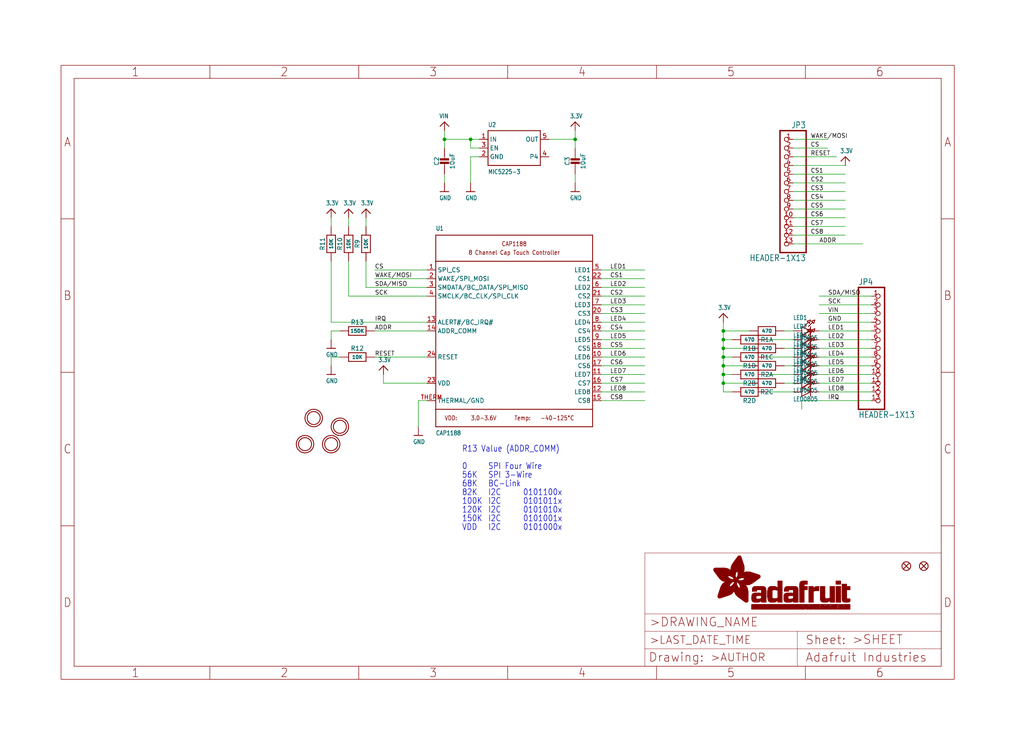
<source format=kicad_sch>
(kicad_sch (version 20211123) (generator eeschema)
  (paper "User" 298.45 217.881)
  (lib_symbols
    (symbol "eagleSchem-eagle-import:3.3V" (power)
      (property "Value" "3.3V" (at -1.524 1.016 0))
      (symbol "3.3V_1_0"
        (pin power_in line (at 0 -2.54 90) (length 2.54) (name "3.3V") (number "1"))
      )
    )
    (symbol "eagleSchem-eagle-import:CAP1188"
      (property "Reference" "U" (at -22.86 29.21 0))
      (property "Value" "CAP1188" (at -22.86 -30.48 0))
      (symbol "CAP1188_1_0"
        (text "-40-125°C" (at 7.62 -25.4 0) (effects (font (size 1.27 1.0795)) (justify left)))
        (text "3.0-3.6V" (at -12.7 -25.4 0) (effects (font (size 1.27 1.0795)) (justify left)))
        (text "8 Channel Cap Touch Controller" (at 0 22.86 0) (effects (font (size 1.27 1.0795))))
        (text "CAP1188" (at 0 25.4 0) (effects (font (size 1.27 1.0795))))
        (text "Temp:" (at 0 -25.4 0) (effects (font (size 1.27 1.0795)) (justify left)))
        (text "VDD:" (at -20.32 -25.4 0) (effects (font (size 1.27 1.0795)) (justify left)))
        (pin input line (at -25.4 17.78 0) (length 2.54) (name "SPI_CS") (number "1"))
        (pin bidirectional line (at 25.4 -7.62 180) (length 2.54) (name "LED6") (number "10"))
        (pin bidirectional line (at 25.4 -12.7 180) (length 2.54) (name "LED7") (number "11"))
        (pin bidirectional line (at 25.4 -17.78 180) (length 2.54) (name "LED8") (number "12"))
        (pin bidirectional line (at -25.4 2.54 0) (length 2.54) (name "ALERT#/BC_IRQ#") (number "13"))
        (pin bidirectional line (at -25.4 0 0) (length 2.54) (name "ADDR_COMM") (number "14"))
        (pin bidirectional line (at 25.4 -20.32 180) (length 2.54) (name "CS8") (number "15"))
        (pin bidirectional line (at 25.4 -15.24 180) (length 2.54) (name "CS7") (number "16"))
        (pin bidirectional line (at 25.4 -10.16 180) (length 2.54) (name "CS6") (number "17"))
        (pin bidirectional line (at 25.4 -5.08 180) (length 2.54) (name "CS5") (number "18"))
        (pin bidirectional line (at 25.4 0 180) (length 2.54) (name "CS4") (number "19"))
        (pin bidirectional line (at -25.4 15.24 0) (length 2.54) (name "WAKE/SPI_MOSI") (number "2"))
        (pin bidirectional line (at 25.4 5.08 180) (length 2.54) (name "CS3") (number "20"))
        (pin bidirectional line (at 25.4 10.16 180) (length 2.54) (name "CS2") (number "21"))
        (pin bidirectional line (at 25.4 15.24 180) (length 2.54) (name "CS1") (number "22"))
        (pin power_in line (at -25.4 -15.24 0) (length 2.54) (name "VDD") (number "23"))
        (pin input line (at -25.4 -7.62 0) (length 2.54) (name "RESET") (number "24"))
        (pin bidirectional line (at -25.4 12.7 0) (length 2.54) (name "SMDATA/BC_DATA/SPI_MISO") (number "3"))
        (pin bidirectional line (at -25.4 10.16 0) (length 2.54) (name "SMCLK/BC_CLK/SPI_CLK") (number "4"))
        (pin bidirectional line (at 25.4 17.78 180) (length 2.54) (name "LED1") (number "5"))
        (pin bidirectional line (at 25.4 12.7 180) (length 2.54) (name "LED2") (number "6"))
        (pin bidirectional line (at 25.4 7.62 180) (length 2.54) (name "LED3") (number "7"))
        (pin bidirectional line (at 25.4 2.54 180) (length 2.54) (name "LED4") (number "8"))
        (pin bidirectional line (at 25.4 -2.54 180) (length 2.54) (name "LED5") (number "9"))
        (pin power_in line (at -25.4 -20.32 0) (length 2.54) (name "THERMAL/GND") (number "THERM"))
      )
    )
    (symbol "eagleSchem-eagle-import:CAP_CERAMIC0805-NOOUTLINE"
      (property "Reference" "C" (at -2.29 1.25 90))
      (property "Value" "CAP_CERAMIC0805-NOOUTLINE" (at 2.3 1.25 90))
      (symbol "CAP_CERAMIC0805-NOOUTLINE_1_0"
        (pin passive line (at 0 5.08 270) (length 2.54) (name "1") (number "1"))
        (pin passive line (at 0 -2.54 90) (length 2.54) (name "2") (number "2"))
      )
    )
    (symbol "eagleSchem-eagle-import:FIDUCIAL{dblquote}{dblquote}")
    (symbol "eagleSchem-eagle-import:FRAME_A4_ADAFRUIT"
      (symbol "FRAME_A4_ADAFRUIT_0_0"
        (text "1" (at 21.6958 1.905 0) (effects (font (size 2.54 2.286))))
        (text "1" (at 21.6958 177.165 0) (effects (font (size 2.54 2.286))))
        (text "2" (at 65.0875 1.905 0) (effects (font (size 2.54 2.286))))
        (text "2" (at 65.0875 177.165 0) (effects (font (size 2.54 2.286))))
        (text "3" (at 108.4792 1.905 0) (effects (font (size 2.54 2.286))))
        (text "3" (at 108.4792 177.165 0) (effects (font (size 2.54 2.286))))
        (text "4" (at 151.8708 1.905 0) (effects (font (size 2.54 2.286))))
        (text "4" (at 151.8708 177.165 0) (effects (font (size 2.54 2.286))))
        (text "5" (at 195.2625 1.905 0) (effects (font (size 2.54 2.286))))
        (text "5" (at 195.2625 177.165 0) (effects (font (size 2.54 2.286))))
        (text "6" (at 238.6542 1.905 0) (effects (font (size 2.54 2.286))))
        (text "6" (at 238.6542 177.165 0) (effects (font (size 2.54 2.286))))
        (text "A" (at 1.905 156.6863 0) (effects (font (size 2.54 2.286))))
        (text "A" (at 258.445 156.6863 0) (effects (font (size 2.54 2.286))))
        (text "B" (at 1.905 111.9188 0) (effects (font (size 2.54 2.286))))
        (text "B" (at 258.445 111.9188 0) (effects (font (size 2.54 2.286))))
        (text "C" (at 1.905 67.1513 0) (effects (font (size 2.54 2.286))))
        (text "C" (at 258.445 67.1513 0) (effects (font (size 2.54 2.286))))
        (text "D" (at 1.905 22.3838 0) (effects (font (size 2.54 2.286))))
        (text "D" (at 258.445 22.3838 0) (effects (font (size 2.54 2.286))))
      )
      (symbol "FRAME_A4_ADAFRUIT_1_0"
        (text ">AUTHOR" (at 189.23 5.08 0) (effects (font (size 2.286 2.286)) (justify left bottom)))
        (text ">DRAWING_NAME" (at 171.45 15.24 0) (effects (font (size 2.54 2.54)) (justify left bottom)))
        (text ">LAST_DATE_TIME" (at 171.45 10.16 0) (effects (font (size 2.286 2.286)) (justify left bottom)))
        (text ">SHEET" (at 230.505 10.16 0) (effects (font (size 2.54 2.54)) (justify left bottom)))
        (text "Adafruit Industries" (at 216.916 4.953 0) (effects (font (size 2.54 2.54)) (justify left bottom)))
        (text "Drawing:" (at 171.196 4.953 0) (effects (font (size 2.54 2.54)) (justify left bottom)))
        (text "Sheet:" (at 216.916 10.033 0) (effects (font (size 2.54 2.54)) (justify left bottom)))
      )
    )
    (symbol "eagleSchem-eagle-import:GND" (power)
      (property "Value" "GND" (at -1.524 -2.54 0))
      (symbol "GND_1_0"
        (pin power_in line (at 0 2.54 270) (length 2.54) (name "GND") (number "1"))
      )
    )
    (symbol "eagleSchem-eagle-import:HEADER-1X13"
      (property "Reference" "JP" (at -6.35 18.415 0))
      (property "Value" "HEADER-1X13" (at -6.35 -20.32 0))
      (symbol "HEADER-1X13_1_0"
        (pin passive inverted (at -2.54 15.24 0) (length 2.54) (name "1") (number "1"))
        (pin passive inverted (at -2.54 -7.62 0) (length 2.54) (name "10") (number "10"))
        (pin passive inverted (at -2.54 -10.16 0) (length 2.54) (name "11") (number "11"))
        (pin passive inverted (at -2.54 -12.7 0) (length 2.54) (name "12") (number "12"))
        (pin passive inverted (at -2.54 -15.24 0) (length 2.54) (name "13") (number "13"))
        (pin passive inverted (at -2.54 12.7 0) (length 2.54) (name "2") (number "2"))
        (pin passive inverted (at -2.54 10.16 0) (length 2.54) (name "3") (number "3"))
        (pin passive inverted (at -2.54 7.62 0) (length 2.54) (name "4") (number "4"))
        (pin passive inverted (at -2.54 5.08 0) (length 2.54) (name "5") (number "5"))
        (pin passive inverted (at -2.54 2.54 0) (length 2.54) (name "6") (number "6"))
        (pin passive inverted (at -2.54 0 0) (length 2.54) (name "7") (number "7"))
        (pin passive inverted (at -2.54 -2.54 0) (length 2.54) (name "8") (number "8"))
        (pin passive inverted (at -2.54 -5.08 0) (length 2.54) (name "9") (number "9"))
      )
    )
    (symbol "eagleSchem-eagle-import:LED0805"
      (property "Reference" "LED" (at -5.08 3.175 0))
      (property "Value" "LED0805" (at -5.08 -2.794 0))
      (symbol "LED0805_1_0"
        (pin passive line (at -5.08 0 0) (length 2.54) (name "A") (number "A"))
        (pin passive line (at 2.54 0 180) (length 2.54) (name "C") (number "C"))
      )
    )
    (symbol "eagleSchem-eagle-import:MOUNTINGHOLE2.0")
    (symbol "eagleSchem-eagle-import:RESISTOR0805_NOOUTLINE"
      (property "Reference" "R" (at 0 2.54 0))
      (property "Value" "RESISTOR0805_NOOUTLINE" (at 0 0 0))
      (symbol "RESISTOR0805_NOOUTLINE_1_0"
        (pin passive line (at -5.08 0 0) (length 2.54) (name "1") (number "1"))
        (pin passive line (at 5.08 0 180) (length 2.54) (name "2") (number "2"))
      )
    )
    (symbol "eagleSchem-eagle-import:RESISTOR_0805MP"
      (property "Reference" "R" (at 0 2.54 0))
      (property "Value" "RESISTOR_0805MP" (at 0 0 0))
      (symbol "RESISTOR_0805MP_1_0"
        (pin passive line (at -5.08 0 0) (length 2.54) (name "1") (number "1"))
        (pin passive line (at 5.08 0 180) (length 2.54) (name "2") (number "2"))
      )
    )
    (symbol "eagleSchem-eagle-import:RESISTOR_4PACK"
      (property "Reference" "R" (at 0 2.54 0))
      (property "Value" "RESISTOR_4PACK" (at 0 0 0))
      (symbol "RESISTOR_4PACK_1_0"
        (pin passive line (at -5.08 0 0) (length 2.54) (name "1") (number "1"))
        (pin passive line (at 5.08 0 180) (length 2.54) (name "2") (number "8"))
      )
      (symbol "RESISTOR_4PACK_2_0"
        (pin passive line (at -5.08 0 0) (length 2.54) (name "1") (number "2"))
        (pin passive line (at 5.08 0 180) (length 2.54) (name "2") (number "7"))
      )
      (symbol "RESISTOR_4PACK_3_0"
        (pin passive line (at -5.08 0 0) (length 2.54) (name "1") (number "3"))
        (pin passive line (at 5.08 0 180) (length 2.54) (name "2") (number "6"))
      )
      (symbol "RESISTOR_4PACK_4_0"
        (pin passive line (at -5.08 0 0) (length 2.54) (name "1") (number "4"))
        (pin passive line (at 5.08 0 180) (length 2.54) (name "2") (number "5"))
      )
    )
    (symbol "eagleSchem-eagle-import:VIN" (power)
      (property "Value" "VIN" (at -1.524 1.016 0))
      (symbol "VIN_1_0"
        (pin power_in line (at 0 -2.54 90) (length 2.54) (name "VIN") (number "1"))
      )
    )
    (symbol "eagleSchem-eagle-import:VREG_SOT23-5"
      (property "Reference" "U" (at -7.62 6.096 0))
      (property "Value" "VREG_SOT23-5" (at -7.62 -7.62 0))
      (symbol "VREG_SOT23-5_1_0"
        (pin power_in line (at -10.16 2.54 0) (length 2.54) (name "IN") (number "1"))
        (pin power_in line (at -10.16 -2.54 0) (length 2.54) (name "GND") (number "2"))
        (pin input line (at -10.16 0 0) (length 2.54) (name "EN") (number "3"))
        (pin bidirectional line (at 10.16 -2.54 180) (length 2.54) (name "P4") (number "4"))
        (pin power_in line (at 10.16 2.54 180) (length 2.54) (name "OUT") (number "5"))
      )
    )
  )
  (junction (at 210.82 106.68))
  (junction (at 167.64 40.64))
  (junction (at 210.82 99.06))
  (junction (at 210.82 104.14))
  (junction (at 137.16 40.64))
  (junction (at 210.82 109.22))
  (junction (at 210.82 101.6))
  (junction (at 129.54 40.64))
  (junction (at 210.82 111.76))
  (junction (at 210.82 96.52))
  (wire (pts (xy 231.14 43.18) (xy 241.3 43.18)))
  (wire (pts (xy 96.52 66.04) (xy 96.52 63.5)))
  (wire (pts (xy 231.14 99.06) (xy 223.52 99.06)))
  (wire (pts (xy 101.6 66.04) (xy 101.6 63.5)))
  (wire (pts (xy 137.16 40.64) (xy 129.54 40.64)))
  (wire (pts (xy 175.26 93.98) (xy 187.96 93.98)))
  (wire (pts (xy 175.26 114.3) (xy 187.96 114.3)))
  (wire (pts (xy 231.14 68.58) (xy 246.38 68.58)))
  (wire (pts (xy 175.26 111.76) (xy 187.96 111.76)))
  (wire (pts (xy 124.46 116.84) (xy 121.92 116.84)))
  (wire (pts (xy 175.26 88.9) (xy 187.96 88.9)))
  (wire (pts (xy 231.14 109.22) (xy 223.52 109.22)))
  (wire (pts (xy 96.52 96.52) (xy 96.52 99.06)))
  (wire (pts (xy 231.14 40.64) (xy 241.3 40.64)))
  (wire (pts (xy 231.14 63.5) (xy 246.38 63.5)))
  (wire (pts (xy 254 93.98) (xy 241.3 93.98)))
  (wire (pts (xy 218.44 111.76) (xy 210.82 111.76)))
  (wire (pts (xy 139.7 40.64) (xy 137.16 40.64)))
  (wire (pts (xy 137.16 43.18) (xy 137.16 40.64)))
  (wire (pts (xy 210.82 111.76) (xy 210.82 109.22)))
  (wire (pts (xy 238.76 111.76) (xy 254 111.76)))
  (wire (pts (xy 213.36 114.3) (xy 210.82 114.3)))
  (wire (pts (xy 175.26 104.14) (xy 187.96 104.14)))
  (wire (pts (xy 231.14 101.6) (xy 228.6 101.6)))
  (wire (pts (xy 231.14 104.14) (xy 223.52 104.14)))
  (wire (pts (xy 231.14 45.72) (xy 243.84 45.72)))
  (wire (pts (xy 231.14 53.34) (xy 246.38 53.34)))
  (wire (pts (xy 213.36 104.14) (xy 210.82 104.14)))
  (wire (pts (xy 101.6 86.36) (xy 101.6 76.2)))
  (wire (pts (xy 124.46 96.52) (xy 109.22 96.52)))
  (wire (pts (xy 137.16 45.72) (xy 137.16 53.34)))
  (wire (pts (xy 106.68 83.82) (xy 106.68 76.2)))
  (wire (pts (xy 231.14 71.12) (xy 251.46 71.12)))
  (wire (pts (xy 175.26 106.68) (xy 187.96 106.68)))
  (wire (pts (xy 175.26 101.6) (xy 187.96 101.6)))
  (wire (pts (xy 238.76 106.68) (xy 254 106.68)))
  (wire (pts (xy 231.14 60.96) (xy 246.38 60.96)))
  (wire (pts (xy 218.44 96.52) (xy 210.82 96.52)))
  (wire (pts (xy 210.82 99.06) (xy 210.82 96.52)))
  (wire (pts (xy 231.14 111.76) (xy 228.6 111.76)))
  (wire (pts (xy 106.68 66.04) (xy 106.68 63.5)))
  (wire (pts (xy 121.92 116.84) (xy 121.92 124.46)))
  (wire (pts (xy 124.46 86.36) (xy 101.6 86.36)))
  (wire (pts (xy 96.52 93.98) (xy 96.52 76.2)))
  (wire (pts (xy 99.06 96.52) (xy 96.52 96.52)))
  (wire (pts (xy 167.64 40.64) (xy 167.64 43.18)))
  (wire (pts (xy 254 86.36) (xy 238.76 86.36)))
  (wire (pts (xy 160.02 40.64) (xy 167.64 40.64)))
  (wire (pts (xy 175.26 81.28) (xy 187.96 81.28)))
  (wire (pts (xy 129.54 40.64) (xy 129.54 43.18)))
  (wire (pts (xy 238.76 114.3) (xy 254 114.3)))
  (wire (pts (xy 210.82 96.52) (xy 210.82 93.98)))
  (wire (pts (xy 231.14 58.42) (xy 246.38 58.42)))
  (wire (pts (xy 210.82 109.22) (xy 210.82 106.68)))
  (wire (pts (xy 175.26 99.06) (xy 187.96 99.06)))
  (wire (pts (xy 213.36 109.22) (xy 210.82 109.22)))
  (wire (pts (xy 213.36 99.06) (xy 210.82 99.06)))
  (wire (pts (xy 111.76 111.76) (xy 111.76 109.22)))
  (wire (pts (xy 238.76 109.22) (xy 254 109.22)))
  (wire (pts (xy 175.26 91.44) (xy 187.96 91.44)))
  (wire (pts (xy 175.26 83.82) (xy 187.96 83.82)))
  (wire (pts (xy 210.82 104.14) (xy 210.82 101.6)))
  (wire (pts (xy 175.26 96.52) (xy 187.96 96.52)))
  (wire (pts (xy 254 91.44) (xy 238.76 91.44)))
  (wire (pts (xy 254 88.9) (xy 238.76 88.9)))
  (wire (pts (xy 231.14 48.26) (xy 246.38 48.26)))
  (wire (pts (xy 96.52 104.14) (xy 96.52 106.68)))
  (wire (pts (xy 210.82 101.6) (xy 210.82 99.06)))
  (wire (pts (xy 231.14 50.8) (xy 246.38 50.8)))
  (wire (pts (xy 231.14 114.3) (xy 223.52 114.3)))
  (wire (pts (xy 175.26 78.74) (xy 187.96 78.74)))
  (wire (pts (xy 238.76 101.6) (xy 254 101.6)))
  (wire (pts (xy 175.26 116.84) (xy 187.96 116.84)))
  (wire (pts (xy 238.76 99.06) (xy 254 99.06)))
  (wire (pts (xy 231.14 96.52) (xy 228.6 96.52)))
  (wire (pts (xy 124.46 78.74) (xy 109.22 78.74)))
  (wire (pts (xy 124.46 81.28) (xy 109.22 81.28)))
  (wire (pts (xy 124.46 93.98) (xy 96.52 93.98)))
  (wire (pts (xy 233.68 116.84) (xy 233.68 119.38)))
  (wire (pts (xy 218.44 106.68) (xy 210.82 106.68)))
  (wire (pts (xy 129.54 40.64) (xy 129.54 38.1)))
  (wire (pts (xy 231.14 66.04) (xy 246.38 66.04)))
  (wire (pts (xy 167.64 40.64) (xy 167.64 38.1)))
  (wire (pts (xy 175.26 86.36) (xy 187.96 86.36)))
  (wire (pts (xy 231.14 106.68) (xy 228.6 106.68)))
  (wire (pts (xy 129.54 50.8) (xy 129.54 53.34)))
  (wire (pts (xy 139.7 43.18) (xy 137.16 43.18)))
  (wire (pts (xy 124.46 83.82) (xy 106.68 83.82)))
  (wire (pts (xy 139.7 45.72) (xy 137.16 45.72)))
  (wire (pts (xy 231.14 55.88) (xy 246.38 55.88)))
  (wire (pts (xy 238.76 104.14) (xy 254 104.14)))
  (wire (pts (xy 124.46 104.14) (xy 109.22 104.14)))
  (wire (pts (xy 210.82 106.68) (xy 210.82 104.14)))
  (wire (pts (xy 210.82 114.3) (xy 210.82 111.76)))
  (wire (pts (xy 124.46 111.76) (xy 111.76 111.76)))
  (wire (pts (xy 238.76 96.52) (xy 254 96.52)))
  (wire (pts (xy 218.44 101.6) (xy 210.82 101.6)))
  (wire (pts (xy 99.06 104.14) (xy 96.52 104.14)))
  (wire (pts (xy 175.26 109.22) (xy 187.96 109.22)))
  (wire (pts (xy 254 116.84) (xy 233.68 116.84)))
  (wire (pts (xy 167.64 50.8) (xy 167.64 53.34)))
  (text "0101000x" (at 152.4 154.94 180) (effects (font (size 1.778 1.5113)) (justify left bottom)))
  (text "I2C" (at 142.24 149.86 180) (effects (font (size 1.778 1.5113)) (justify left bottom)))
  (text "0101100x" (at 152.4 144.78 180) (effects (font (size 1.778 1.5113)) (justify left bottom)))
  (text "I2C" (at 142.24 154.94 180) (effects (font (size 1.778 1.5113)) (justify left bottom)))
  (text "150K" (at 134.62 152.4 180) (effects (font (size 1.778 1.5113)) (justify left bottom)))
  (text "VDD" (at 134.62 154.94 180) (effects (font (size 1.778 1.5113)) (justify left bottom)))
  (text "68K" (at 134.62 142.24 180) (effects (font (size 1.778 1.5113)) (justify left bottom)))
  (text "I2C" (at 142.24 144.78 180) (effects (font (size 1.778 1.5113)) (justify left bottom)))
  (text "82K" (at 134.62 144.78 180) (effects (font (size 1.778 1.5113)) (justify left bottom)))
  (text "0" (at 134.62 137.16 180) (effects (font (size 1.778 1.5113)) (justify left bottom)))
  (text "I2C" (at 142.24 147.32 180) (effects (font (size 1.778 1.5113)) (justify left bottom)))
  (text "56K" (at 134.62 139.7 180) (effects (font (size 1.778 1.5113)) (justify left bottom)))
  (text "SPI Four Wire" (at 142.24 137.16 180) (effects (font (size 1.778 1.5113)) (justify left bottom)))
  (text "100K" (at 134.62 147.32 180) (effects (font (size 1.778 1.5113)) (justify left bottom)))
  (text "0101011x" (at 152.4 147.32 180) (effects (font (size 1.778 1.5113)) (justify left bottom)))
  (text "BC-Link" (at 142.24 142.24 180) (effects (font (size 1.778 1.5113)) (justify left bottom)))
  (text "0101001x" (at 152.4 152.4 180) (effects (font (size 1.778 1.5113)) (justify left bottom)))
  (text "0101010x" (at 152.4 149.86 180) (effects (font (size 1.778 1.5113)) (justify left bottom)))
  (text "I2C" (at 142.24 152.4 180) (effects (font (size 1.778 1.5113)) (justify left bottom)))
  (text "R13 Value (ADDR_COMM)" (at 134.62 132.08 180) (effects (font (size 1.778 1.5113)) (justify left bottom)))
  (text "120K" (at 134.62 149.86 180) (effects (font (size 1.778 1.5113)) (justify left bottom)))
  (text "SPI 3-Wire" (at 142.24 139.7 180) (effects (font (size 1.778 1.5113)) (justify left bottom)))
  (label "CS7" (at 236.22 66.04 0) (effects (font (size 1.2446 1.2446))))
  (label "LED6" (at 177.8 104.14 0) (effects (font (size 1.2446 1.2446))))
  (label "CS2" (at 236.22 53.34 0) (effects (font (size 1.2446 1.2446))))
  (label "LED8" (at 241.3 114.3 0) (effects (font (size 1.2446 1.2446))))
  (label "CS4" (at 177.8 96.52 0) (effects (font (size 1.2446 1.2446))))
  (label "LED2" (at 241.3 99.06 0) (effects (font (size 1.2446 1.2446))))
  (label "CS3" (at 177.8 91.44 0) (effects (font (size 1.2446 1.2446))))
  (label "LED4" (at 177.8 93.98 0) (effects (font (size 1.2446 1.2446))))
  (label "VIN" (at 241.3 91.44 0) (effects (font (size 1.2446 1.2446))))
  (label "CS8" (at 236.22 68.58 0) (effects (font (size 1.2446 1.2446))))
  (label "LED8" (at 177.8 114.3 0) (effects (font (size 1.2446 1.2446))))
  (label "WAKE/MOSI" (at 236.22 40.64 0) (effects (font (size 1.2446 1.2446))))
  (label "IRQ" (at 109.22 93.98 0) (effects (font (size 1.2446 1.2446))))
  (label "CS" (at 236.22 43.18 0) (effects (font (size 1.2446 1.2446))))
  (label "CS5" (at 177.8 101.6 0) (effects (font (size 1.2446 1.2446))))
  (label "RESET" (at 236.22 45.72 0) (effects (font (size 1.2446 1.2446))))
  (label "LED1" (at 177.8 78.74 0) (effects (font (size 1.2446 1.2446))))
  (label "CS1" (at 236.22 50.8 0) (effects (font (size 1.2446 1.2446))))
  (label "CS3" (at 236.22 55.88 0) (effects (font (size 1.2446 1.2446))))
  (label "CS7" (at 177.8 111.76 0) (effects (font (size 1.2446 1.2446))))
  (label "CS6" (at 236.22 63.5 0) (effects (font (size 1.2446 1.2446))))
  (label "CS4" (at 236.22 58.42 0) (effects (font (size 1.2446 1.2446))))
  (label "ADDR" (at 109.22 96.52 0) (effects (font (size 1.2446 1.2446))))
  (label "LED3" (at 241.3 101.6 0) (effects (font (size 1.2446 1.2446))))
  (label "LED7" (at 177.8 109.22 0) (effects (font (size 1.2446 1.2446))))
  (label "CS1" (at 177.8 81.28 0) (effects (font (size 1.2446 1.2446))))
  (label "CS6" (at 177.8 106.68 0) (effects (font (size 1.2446 1.2446))))
  (label "ADDR" (at 238.76 71.12 0) (effects (font (size 1.2446 1.2446))))
  (label "RESET" (at 109.22 104.14 0) (effects (font (size 1.2446 1.2446))))
  (label "IRQ" (at 241.3 116.84 0) (effects (font (size 1.2446 1.2446))))
  (label "LED2" (at 177.8 83.82 0) (effects (font (size 1.2446 1.2446))))
  (label "LED4" (at 241.3 104.14 0) (effects (font (size 1.2446 1.2446))))
  (label "LED6" (at 241.3 109.22 0) (effects (font (size 1.2446 1.2446))))
  (label "LED7" (at 241.3 111.76 0) (effects (font (size 1.2446 1.2446))))
  (label "LED5" (at 177.8 99.06 0) (effects (font (size 1.2446 1.2446))))
  (label "LED5" (at 241.3 106.68 0) (effects (font (size 1.2446 1.2446))))
  (label "CS8" (at 177.8 116.84 0) (effects (font (size 1.2446 1.2446))))
  (label "SDA/MISO" (at 241.3 86.36 0) (effects (font (size 1.2446 1.2446))))
  (label "CS" (at 109.22 78.74 0) (effects (font (size 1.2446 1.2446))))
  (label "LED1" (at 241.3 96.52 0) (effects (font (size 1.2446 1.2446))))
  (label "SDA/MISO" (at 109.22 83.82 0) (effects (font (size 1.2446 1.2446))))
  (label "GND" (at 241.3 93.98 0) (effects (font (size 1.2446 1.2446))))
  (label "CS5" (at 236.22 60.96 0) (effects (font (size 1.2446 1.2446))))
  (label "WAKE/MOSI" (at 109.22 81.28 0) (effects (font (size 1.2446 1.2446))))
  (label "LED3" (at 177.8 88.9 0) (effects (font (size 1.2446 1.2446))))
  (label "CS2" (at 177.8 86.36 0) (effects (font (size 1.2446 1.2446))))
  (label "SCK" (at 241.3 88.9 0) (effects (font (size 1.2446 1.2446))))
  (label "SCK" (at 109.22 86.36 0) (effects (font (size 1.2446 1.2446))))
  (symbol (lib_id "eagleSchem-eagle-import:CAP_CERAMIC0805-NOOUTLINE") (at 129.54 48.26 0) (unit 1)
    (property "Reference" "C2" (at 127.25 47.01 90))
    (property "Value" "10uF" (at 131.84 47.01 90))
    (property "Footprint" "eagleSchem:0805-NO" (effects hide))
  )
  (symbol (lib_id "eagleSchem-eagle-import:GND") (at 129.54 55.88 0) (unit 1)
    (property "Reference" "#U$4" (effects hide))
    (property "Value" "GND" (at 128.016 58.42 0) (effects (font (size 1.27 1.0795)) (justify left bottom)))
    (property "Footprint" "eagleSchem:" (effects hide))
  )
  (symbol (lib_id "eagleSchem-eagle-import:MOUNTINGHOLE2.0") (at 91.44 121.92 0) (unit 1)
    (property "Reference" "U$7" (effects hide))
    (property "Value" "MOUNTINGHOLE2.0" (effects hide))
    (property "Footprint" "eagleSchem:MOUNTINGHOLE_2.0_PLATED" (effects hide))
  )
  (symbol (lib_id "eagleSchem-eagle-import:RESISTOR_4PACK") (at 218.44 99.06 180) (unit 2)
    (property "Reference" "R1" (at 218.44 101.6 0))
    (property "Value" "470" (at 218.44 99.06 0) (effects (font (size 1.016 1.016) bold)))
    (property "Footprint" "eagleSchem:RESPACK_4X0603" (effects hide))
  )
  (symbol (lib_id "eagleSchem-eagle-import:RESISTOR_4PACK") (at 218.44 109.22 180) (unit 2)
    (property "Reference" "R2" (at 218.44 111.76 0))
    (property "Value" "470" (at 218.44 109.22 0) (effects (font (size 1.016 1.016) bold)))
    (property "Footprint" "eagleSchem:RESPACK_4X0603" (effects hide))
  )
  (symbol (lib_id "eagleSchem-eagle-import:LED0805") (at 236.22 106.68 0) (unit 1)
    (property "Reference" "LED5" (at 231.14 103.505 0) (effects (font (size 1.27 1.0795)) (justify left bottom)))
    (property "Value" "LED0805" (at 231.14 109.474 0) (effects (font (size 1.27 1.0795)) (justify left bottom)))
    (property "Footprint" "eagleSchem:CHIPLED_0805" (effects hide))
  )
  (symbol (lib_id "eagleSchem-eagle-import:VREG_SOT23-5") (at 149.86 43.18 0) (unit 1)
    (property "Reference" "U2" (at 142.24 37.084 0) (effects (font (size 1.27 1.0795)) (justify left bottom)))
    (property "Value" "MIC5225-3" (at 142.24 50.8 0) (effects (font (size 1.27 1.0795)) (justify left bottom)))
    (property "Footprint" "eagleSchem:SOT23-5" (effects hide))
  )
  (symbol (lib_id "eagleSchem-eagle-import:LED0805") (at 236.22 104.14 0) (unit 1)
    (property "Reference" "LED4" (at 231.14 100.965 0) (effects (font (size 1.27 1.0795)) (justify left bottom)))
    (property "Value" "LED0805" (at 231.14 106.934 0) (effects (font (size 1.27 1.0795)) (justify left bottom)))
    (property "Footprint" "eagleSchem:CHIPLED_0805" (effects hide))
  )
  (symbol (lib_id "eagleSchem-eagle-import:RESISTOR_4PACK") (at 218.44 104.14 180) (unit 4)
    (property "Reference" "R1" (at 218.44 106.68 0))
    (property "Value" "470" (at 218.44 104.14 0) (effects (font (size 1.016 1.016) bold)))
    (property "Footprint" "eagleSchem:RESPACK_4X0603" (effects hide))
  )
  (symbol (lib_id "eagleSchem-eagle-import:LED0805") (at 236.22 114.3 0) (unit 1)
    (property "Reference" "LED8" (at 231.14 111.125 0) (effects (font (size 1.27 1.0795)) (justify left bottom)))
    (property "Value" "LED0805" (at 231.14 117.094 0) (effects (font (size 1.27 1.0795)) (justify left bottom)))
    (property "Footprint" "eagleSchem:CHIPLED_0805" (effects hide))
  )
  (symbol (lib_id "eagleSchem-eagle-import:3.3V") (at 210.82 91.44 0) (unit 1)
    (property "Reference" "#U$12" (effects hide))
    (property "Value" "3.3V" (at 209.296 90.424 0) (effects (font (size 1.27 1.0795)) (justify left bottom)))
    (property "Footprint" "eagleSchem:" (effects hide))
  )
  (symbol (lib_id "eagleSchem-eagle-import:CAP1188") (at 149.86 96.52 0) (unit 1)
    (property "Reference" "U1" (at 127 67.31 0) (effects (font (size 1.27 1.0795)) (justify left bottom)))
    (property "Value" "CAP1188" (at 127 127 0) (effects (font (size 1.27 1.0795)) (justify left bottom)))
    (property "Footprint" "eagleSchem:QFN24_4MM_SMSC" (effects hide))
  )
  (symbol (lib_id "eagleSchem-eagle-import:RESISTOR0805_NOOUTLINE") (at 101.6 71.12 90) (unit 1)
    (property "Reference" "R10" (at 99.06 71.12 0))
    (property "Value" "10K" (at 101.6 71.12 0) (effects (font (size 1.016 1.016) bold)))
    (property "Footprint" "eagleSchem:0805-NO" (effects hide))
  )
  (symbol (lib_id "eagleSchem-eagle-import:GND") (at 96.52 109.22 0) (unit 1)
    (property "Reference" "#U$21" (effects hide))
    (property "Value" "GND" (at 94.996 111.76 0) (effects (font (size 1.27 1.0795)) (justify left bottom)))
    (property "Footprint" "eagleSchem:" (effects hide))
  )
  (symbol (lib_id "eagleSchem-eagle-import:LED0805") (at 236.22 109.22 0) (unit 1)
    (property "Reference" "LED6" (at 231.14 106.045 0) (effects (font (size 1.27 1.0795)) (justify left bottom)))
    (property "Value" "LED0805" (at 231.14 112.014 0) (effects (font (size 1.27 1.0795)) (justify left bottom)))
    (property "Footprint" "eagleSchem:CHIPLED_0805" (effects hide))
  )
  (symbol (lib_id "eagleSchem-eagle-import:3.3V") (at 96.52 60.96 0) (unit 1)
    (property "Reference" "#U$18" (effects hide))
    (property "Value" "3.3V" (at 94.996 59.944 0) (effects (font (size 1.27 1.0795)) (justify left bottom)))
    (property "Footprint" "eagleSchem:" (effects hide))
  )
  (symbol (lib_id "eagleSchem-eagle-import:RESISTOR_4PACK") (at 223.52 106.68 180) (unit 1)
    (property "Reference" "R2" (at 223.52 109.22 0))
    (property "Value" "470" (at 223.52 106.68 0) (effects (font (size 1.016 1.016) bold)))
    (property "Footprint" "eagleSchem:RESPACK_4X0603" (effects hide))
  )
  (symbol (lib_id "eagleSchem-eagle-import:HEADER-1X13") (at 228.6 55.88 0) (mirror y) (unit 1)
    (property "Reference" "JP3" (at 234.95 37.465 0) (effects (font (size 1.778 1.5113)) (justify left bottom)))
    (property "Value" "HEADER-1X13" (at 234.95 76.2 0) (effects (font (size 1.778 1.5113)) (justify left bottom)))
    (property "Footprint" "eagleSchem:1X13_ROUND_70" (effects hide))
  )
  (symbol (lib_id "eagleSchem-eagle-import:GND") (at 96.52 101.6 0) (unit 1)
    (property "Reference" "#U$22" (effects hide))
    (property "Value" "GND" (at 94.996 104.14 0) (effects (font (size 1.27 1.0795)) (justify left bottom)))
    (property "Footprint" "eagleSchem:" (effects hide))
  )
  (symbol (lib_id "eagleSchem-eagle-import:CAP_CERAMIC0805-NOOUTLINE") (at 167.64 48.26 0) (unit 1)
    (property "Reference" "C3" (at 165.35 47.01 90))
    (property "Value" "10uF" (at 169.94 47.01 90))
    (property "Footprint" "eagleSchem:0805-NO" (effects hide))
  )
  (symbol (lib_id "eagleSchem-eagle-import:LED0805") (at 236.22 96.52 0) (unit 1)
    (property "Reference" "LED1" (at 231.14 93.345 0) (effects (font (size 1.27 1.0795)) (justify left bottom)))
    (property "Value" "LED0805" (at 231.14 99.314 0) (effects (font (size 1.27 1.0795)) (justify left bottom)))
    (property "Footprint" "eagleSchem:CHIPLED_0805" (effects hide))
  )
  (symbol (lib_id "eagleSchem-eagle-import:MOUNTINGHOLE2.0") (at 99.06 124.46 0) (unit 1)
    (property "Reference" "U$10" (effects hide))
    (property "Value" "MOUNTINGHOLE2.0" (effects hide))
    (property "Footprint" "eagleSchem:MOUNTINGHOLE_2.0_PLATED" (effects hide))
  )
  (symbol (lib_id "eagleSchem-eagle-import:RESISTOR_4PACK") (at 223.52 101.6 180) (unit 3)
    (property "Reference" "R1" (at 223.52 104.14 0))
    (property "Value" "470" (at 223.52 101.6 0) (effects (font (size 1.016 1.016) bold)))
    (property "Footprint" "eagleSchem:RESPACK_4X0603" (effects hide))
  )
  (symbol (lib_id "eagleSchem-eagle-import:RESISTOR_4PACK") (at 218.44 114.3 180) (unit 4)
    (property "Reference" "R2" (at 218.44 116.84 0))
    (property "Value" "470" (at 218.44 114.3 0) (effects (font (size 1.016 1.016) bold)))
    (property "Footprint" "eagleSchem:RESPACK_4X0603" (effects hide))
  )
  (symbol (lib_id "eagleSchem-eagle-import:RESISTOR0805_NOOUTLINE") (at 96.52 71.12 90) (unit 1)
    (property "Reference" "R11" (at 93.98 71.12 0))
    (property "Value" "10K" (at 96.52 71.12 0) (effects (font (size 1.016 1.016) bold)))
    (property "Footprint" "eagleSchem:0805-NO" (effects hide))
  )
  (symbol (lib_id "eagleSchem-eagle-import:GND") (at 167.64 55.88 0) (unit 1)
    (property "Reference" "#U$5" (effects hide))
    (property "Value" "GND" (at 166.116 58.42 0) (effects (font (size 1.27 1.0795)) (justify left bottom)))
    (property "Footprint" "eagleSchem:" (effects hide))
  )
  (symbol (lib_id "eagleSchem-eagle-import:VIN") (at 129.54 35.56 0) (unit 1)
    (property "Reference" "#U$3" (effects hide))
    (property "Value" "VIN" (at 128.016 34.544 0) (effects (font (size 1.27 1.0795)) (justify left bottom)))
    (property "Footprint" "eagleSchem:" (effects hide))
  )
  (symbol (lib_id "eagleSchem-eagle-import:FIDUCIAL{dblquote}{dblquote}") (at 269.24 165.1 0) (unit 1)
    (property "Reference" "FID1" (effects hide))
    (property "Value" "FIDUCIAL{dblquote}{dblquote}" (effects hide))
    (property "Footprint" "eagleSchem:FIDUCIAL_1MM" (effects hide))
  )
  (symbol (lib_id "eagleSchem-eagle-import:MOUNTINGHOLE2.0") (at 96.52 129.54 0) (unit 1)
    (property "Reference" "U$9" (effects hide))
    (property "Value" "MOUNTINGHOLE2.0" (effects hide))
    (property "Footprint" "eagleSchem:MOUNTINGHOLE_2.0_PLATED" (effects hide))
  )
  (symbol (lib_id "eagleSchem-eagle-import:LED0805") (at 236.22 111.76 0) (unit 1)
    (property "Reference" "LED7" (at 231.14 108.585 0) (effects (font (size 1.27 1.0795)) (justify left bottom)))
    (property "Value" "LED0805" (at 231.14 114.554 0) (effects (font (size 1.27 1.0795)) (justify left bottom)))
    (property "Footprint" "eagleSchem:CHIPLED_0805" (effects hide))
  )
  (symbol (lib_id "eagleSchem-eagle-import:LED0805") (at 236.22 101.6 0) (unit 1)
    (property "Reference" "LED3" (at 231.14 98.425 0) (effects (font (size 1.27 1.0795)) (justify left bottom)))
    (property "Value" "LED0805" (at 231.14 104.394 0) (effects (font (size 1.27 1.0795)) (justify left bottom)))
    (property "Footprint" "eagleSchem:CHIPLED_0805" (effects hide))
  )
  (symbol (lib_id "eagleSchem-eagle-import:RESISTOR0805_NOOUTLINE") (at 104.14 104.14 0) (unit 1)
    (property "Reference" "R12" (at 104.14 101.6 0))
    (property "Value" "10K" (at 104.14 104.14 0) (effects (font (size 1.016 1.016) bold)))
    (property "Footprint" "eagleSchem:0805-NO" (effects hide))
  )
  (symbol (lib_id "eagleSchem-eagle-import:3.3V") (at 106.68 60.96 0) (unit 1)
    (property "Reference" "#U$20" (effects hide))
    (property "Value" "3.3V" (at 105.156 59.944 0) (effects (font (size 1.27 1.0795)) (justify left bottom)))
    (property "Footprint" "eagleSchem:" (effects hide))
  )
  (symbol (lib_id "eagleSchem-eagle-import:3.3V") (at 101.6 60.96 0) (unit 1)
    (property "Reference" "#U$19" (effects hide))
    (property "Value" "3.3V" (at 100.076 59.944 0) (effects (font (size 1.27 1.0795)) (justify left bottom)))
    (property "Footprint" "eagleSchem:" (effects hide))
  )
  (symbol (lib_id "eagleSchem-eagle-import:GND") (at 121.92 127 0) (unit 1)
    (property "Reference" "#U$24" (effects hide))
    (property "Value" "GND" (at 120.396 129.54 0) (effects (font (size 1.27 1.0795)) (justify left bottom)))
    (property "Footprint" "eagleSchem:" (effects hide))
  )
  (symbol (lib_id "eagleSchem-eagle-import:GND") (at 137.16 55.88 0) (unit 1)
    (property "Reference" "#U$6" (effects hide))
    (property "Value" "GND" (at 135.636 58.42 0) (effects (font (size 1.27 1.0795)) (justify left bottom)))
    (property "Footprint" "eagleSchem:" (effects hide))
  )
  (symbol (lib_id "eagleSchem-eagle-import:RESISTOR_4PACK") (at 223.52 111.76 180) (unit 3)
    (property "Reference" "R2" (at 223.52 114.3 0))
    (property "Value" "470" (at 223.52 111.76 0) (effects (font (size 1.016 1.016) bold)))
    (property "Footprint" "eagleSchem:RESPACK_4X0603" (effects hide))
  )
  (symbol (lib_id "eagleSchem-eagle-import:FRAME_A4_ADAFRUIT") (at 17.78 198.12 0) (unit 1)
    (property "Reference" "#U$1" (effects hide))
    (property "Value" "FRAME_A4_ADAFRUIT" (effects hide))
    (property "Footprint" "eagleSchem:" (effects hide))
  )
  (symbol (lib_id "eagleSchem-eagle-import:RESISTOR0805_NOOUTLINE") (at 106.68 71.12 90) (unit 1)
    (property "Reference" "R9" (at 104.14 71.12 0))
    (property "Value" "10K" (at 106.68 71.12 0) (effects (font (size 1.016 1.016) bold)))
    (property "Footprint" "eagleSchem:0805-NO" (effects hide))
  )
  (symbol (lib_id "eagleSchem-eagle-import:FIDUCIAL{dblquote}{dblquote}") (at 264.16 165.1 0) (unit 1)
    (property "Reference" "FID2" (effects hide))
    (property "Value" "FIDUCIAL{dblquote}{dblquote}" (effects hide))
    (property "Footprint" "eagleSchem:FIDUCIAL_1MM" (effects hide))
  )
  (symbol (lib_id "eagleSchem-eagle-import:MOUNTINGHOLE2.0") (at 88.9 129.54 0) (unit 1)
    (property "Reference" "U$8" (effects hide))
    (property "Value" "MOUNTINGHOLE2.0" (effects hide))
    (property "Footprint" "eagleSchem:MOUNTINGHOLE_2.0_PLATED" (effects hide))
  )
  (symbol (lib_id "eagleSchem-eagle-import:3.3V") (at 111.76 106.68 0) (unit 1)
    (property "Reference" "#U$23" (effects hide))
    (property "Value" "3.3V" (at 110.236 105.664 0) (effects (font (size 1.27 1.0795)) (justify left bottom)))
    (property "Footprint" "eagleSchem:" (effects hide))
  )
  (symbol (lib_id "eagleSchem-eagle-import:RESISTOR_0805MP") (at 104.14 96.52 0) (unit 1)
    (property "Reference" "R13" (at 104.14 93.98 0))
    (property "Value" "150K" (at 104.14 96.52 0) (effects (font (size 1.016 1.016) bold)))
    (property "Footprint" "eagleSchem:_0805MP" (effects hide))
  )
  (symbol (lib_id "eagleSchem-eagle-import:RESISTOR_4PACK") (at 223.52 96.52 180) (unit 1)
    (property "Reference" "R1" (at 223.52 99.06 0))
    (property "Value" "470" (at 223.52 96.52 0) (effects (font (size 1.016 1.016) bold)))
    (property "Footprint" "eagleSchem:RESPACK_4X0603" (effects hide))
  )
  (symbol (lib_id "eagleSchem-eagle-import:LED0805") (at 236.22 99.06 0) (unit 1)
    (property "Reference" "LED2" (at 231.14 95.885 0) (effects (font (size 1.27 1.0795)) (justify left bottom)))
    (property "Value" "LED0805" (at 231.14 101.854 0) (effects (font (size 1.27 1.0795)) (justify left bottom)))
    (property "Footprint" "eagleSchem:CHIPLED_0805" (effects hide))
  )
  (symbol (lib_id "eagleSchem-eagle-import:HEADER-1X13") (at 256.54 101.6 0) (unit 1)
    (property "Reference" "JP4" (at 250.19 83.185 0) (effects (font (size 1.778 1.5113)) (justify left bottom)))
    (property "Value" "HEADER-1X13" (at 250.19 121.92 0) (effects (font (size 1.778 1.5113)) (justify left bottom)))
    (property "Footprint" "eagleSchem:1X13_ROUND_70" (effects hide))
  )
  (symbol (lib_id "eagleSchem-eagle-import:3.3V") (at 246.38 45.72 0) (unit 1)
    (property "Reference" "#U$11" (effects hide))
    (property "Value" "3.3V" (at 244.856 44.704 0) (effects (font (size 1.27 1.0795)) (justify left bottom)))
    (property "Footprint" "eagleSchem:" (effects hide))
  )
  (symbol (lib_id "eagleSchem-eagle-import:3.3V") (at 167.64 35.56 0) (unit 1)
    (property "Reference" "#U$2" (effects hide))
    (property "Value" "3.3V" (at 166.116 34.544 0) (effects (font (size 1.27 1.0795)) (justify left bottom)))
    (property "Footprint" "eagleSchem:" (effects hide))
  )
)
</source>
